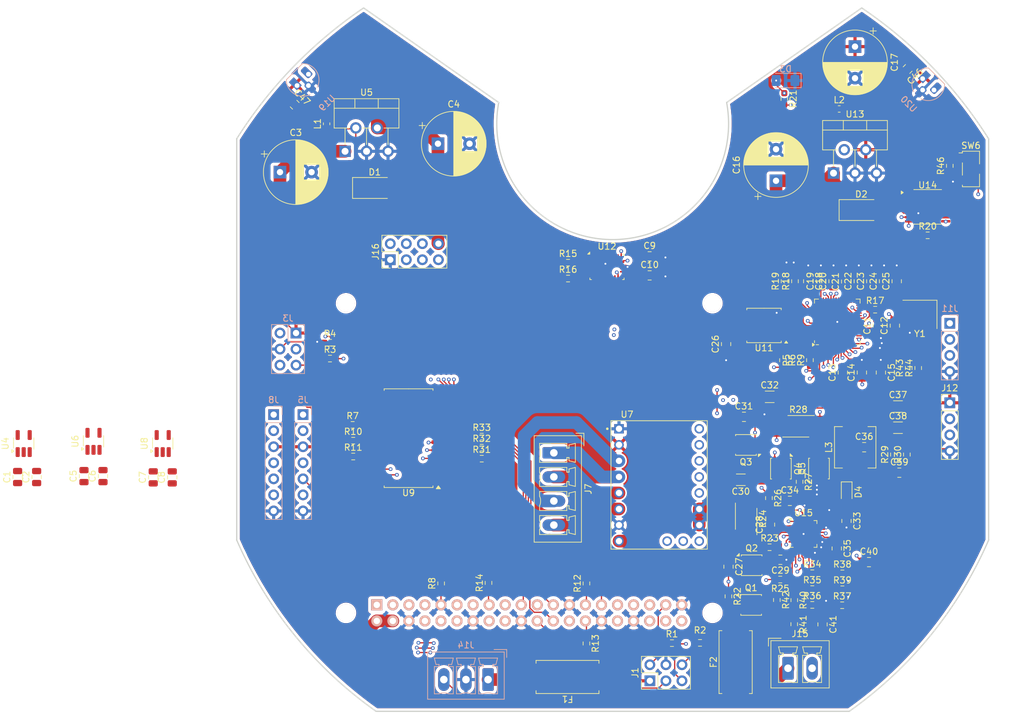
<source format=kicad_pcb>
(kicad_pcb
	(version 20240108)
	(generator "pcbnew")
	(generator_version "8.0")
	(general
		(thickness 1.6)
		(legacy_teardrops no)
	)
	(paper "A4")
	(layers
		(0 "F.Cu" signal)
		(1 "In1.Cu" signal)
		(2 "In2.Cu" signal)
		(31 "B.Cu" signal)
		(32 "B.Adhes" user "B.Adhesive")
		(33 "F.Adhes" user "F.Adhesive")
		(34 "B.Paste" user)
		(35 "F.Paste" user)
		(36 "B.SilkS" user "B.Silkscreen")
		(37 "F.SilkS" user "F.Silkscreen")
		(38 "B.Mask" user)
		(39 "F.Mask" user)
		(40 "Dwgs.User" user "User.Drawings")
		(41 "Cmts.User" user "User.Comments")
		(42 "Eco1.User" user "User.Eco1")
		(43 "Eco2.User" user "User.Eco2")
		(44 "Edge.Cuts" user)
		(45 "Margin" user)
		(46 "B.CrtYd" user "B.Courtyard")
		(47 "F.CrtYd" user "F.Courtyard")
		(48 "B.Fab" user)
		(49 "F.Fab" user)
		(50 "User.1" user)
		(51 "User.2" user)
		(52 "User.3" user)
		(53 "User.4" user)
		(54 "User.5" user)
		(55 "User.6" user)
		(56 "User.7" user)
		(57 "User.8" user)
		(58 "User.9" user)
	)
	(setup
		(stackup
			(layer "F.SilkS"
				(type "Top Silk Screen")
			)
			(layer "F.Paste"
				(type "Top Solder Paste")
			)
			(layer "F.Mask"
				(type "Top Solder Mask")
				(thickness 0.01)
			)
			(layer "F.Cu"
				(type "copper")
				(thickness 0.035)
			)
			(layer "dielectric 1"
				(type "prepreg")
				(thickness 0.1)
				(material "FR4")
				(epsilon_r 4.5)
				(loss_tangent 0.02)
			)
			(layer "In1.Cu"
				(type "copper")
				(thickness 0.035)
			)
			(layer "dielectric 2"
				(type "core")
				(thickness 1.24)
				(material "FR4")
				(epsilon_r 4.5)
				(loss_tangent 0.02)
			)
			(layer "In2.Cu"
				(type "copper")
				(thickness 0.035)
			)
			(layer "dielectric 3"
				(type "prepreg")
				(thickness 0.1)
				(material "FR4")
				(epsilon_r 4.5)
				(loss_tangent 0.02)
			)
			(layer "B.Cu"
				(type "copper")
				(thickness 0.035)
			)
			(layer "B.Mask"
				(type "Bottom Solder Mask")
				(thickness 0.01)
			)
			(layer "B.Paste"
				(type "Bottom Solder Paste")
			)
			(layer "B.SilkS"
				(type "Bottom Silk Screen")
			)
			(copper_finish "None")
			(dielectric_constraints no)
		)
		(pad_to_mask_clearance 0)
		(allow_soldermask_bridges_in_footprints no)
		(pcbplotparams
			(layerselection 0x00010fc_ffffffff)
			(plot_on_all_layers_selection 0x0000000_00000000)
			(disableapertmacros no)
			(usegerberextensions no)
			(usegerberattributes yes)
			(usegerberadvancedattributes yes)
			(creategerberjobfile yes)
			(dashed_line_dash_ratio 12.000000)
			(dashed_line_gap_ratio 3.000000)
			(svgprecision 4)
			(plotframeref no)
			(viasonmask no)
			(mode 1)
			(useauxorigin no)
			(hpglpennumber 1)
			(hpglpenspeed 20)
			(hpglpendiameter 15.000000)
			(pdf_front_fp_property_popups yes)
			(pdf_back_fp_property_popups yes)
			(dxfpolygonmode yes)
			(dxfimperialunits yes)
			(dxfusepcbnewfont yes)
			(psnegative no)
			(psa4output no)
			(plotreference yes)
			(plotvalue yes)
			(plotfptext yes)
			(plotinvisibletext no)
			(sketchpadsonfab no)
			(subtractmaskfromsilk no)
			(outputformat 1)
			(mirror no)
			(drillshape 1)
			(scaleselection 1)
			(outputdirectory "")
		)
	)
	(net 0 "")
	(net 1 "+5V")
	(net 2 "-BATT")
	(net 3 "Net-(M1-+)")
	(net 4 "VBUS")
	(net 5 "Net-(J5-Pin_2)")
	(net 6 "Net-(J8-Pin_2)")
	(net 7 "Net-(U12-CAP)")
	(net 8 "+3.3V")
	(net 9 "Net-(C11-Pad2)")
	(net 10 "Net-(U10-XIN)")
	(net 11 "Net-(U10-VREG_VOUT)")
	(net 12 "Net-(D1-K)")
	(net 13 "Net-(D2-K)")
	(net 14 "Bumper-F-R")
	(net 15 "US-Dist-Echo-Front")
	(net 16 "US-Dist-Trig-Front")
	(net 17 "Bumper-F-L")
	(net 18 "Bumper-B-R")
	(net 19 "US-Dist-Echo-Back")
	(net 20 "US-Dist-Trig-Back")
	(net 21 "Bumper-B-L")
	(net 22 "BottleDoor-UserButton-1")
	(net 23 "BottleDoor-Contact-1")
	(net 24 "BottleDoor-User-LED-1")
	(net 25 "BottleDoor-ServoPWM-1")
	(net 26 "Net-(J7-Pin_3)")
	(net 27 "Net-(J7-Pin_4)")
	(net 28 "Net-(J7-Pin_2)")
	(net 29 "Net-(J7-Pin_1)")
	(net 30 "BottleDoor-UserButton-2")
	(net 31 "BottleDoor-Contact-2")
	(net 32 "BottleDoor-User-LED-2")
	(net 33 "BottleDoor-ServoPWM-2")
	(net 34 "Net-(Q1-G)")
	(net 35 "Net-(Q2-D)")
	(net 36 "Net-(U15-ACN)")
	(net 37 "ChargeArm-PowerSwitch")
	(net 38 "unconnected-(U4-~{FLG}-Pad3)")
	(net 39 "unconnected-(U4-GND-Pad2)")
	(net 40 "unconnected-(U6-GND-Pad2)")
	(net 41 "BottleDoor-PowerSwitch-1")
	(net 42 "unconnected-(U6-~{FLG}-Pad3)")
	(net 43 "unconnected-(U8-GND-Pad2)")
	(net 44 "BottleDoor-PowerSwitch-2")
	(net 45 "unconnected-(U8-~{FLG}-Pad3)")
	(net 46 "unconnected-(U9-IO0_3-Pad7)")
	(net 47 "I2C-SCL")
	(net 48 "unconnected-(U9-IO1_0-Pad13)")
	(net 49 "Net-(U15-ACP)")
	(net 50 "unconnected-(U9-IO0_6-Pad10)")
	(net 51 "Net-(U1-GPIO22{slash}SDIO_CLK)")
	(net 52 "unconnected-(U9-IO0_7-Pad11)")
	(net 53 "Net-(U15-VCC)")
	(net 54 "I2C-SDA")
	(net 55 "Net-(Q3-D)")
	(net 56 "unconnected-(U10-GPIO22-Pad34)")
	(net 57 "Net-(U10-XOUT)")
	(net 58 "unconnected-(U10-GPIO18-Pad29)")
	(net 59 "unconnected-(U10-GPIO28_ADC2-Pad40)")
	(net 60 "Motor-SpreadChop")
	(net 61 "Net-(Q3-G)")
	(net 62 "TrackMagnetDetect1")
	(net 63 "Net-(U10-QSPI_SS)")
	(net 64 "TrackMagnetDetect2")
	(net 65 "Motor-EN")
	(net 66 "Net-(U10-USB_DM)")
	(net 67 "Net-(D4-A)")
	(net 68 "Motor-DIAG")
	(net 69 "unconnected-(U10-GPIO13-Pad16)")
	(net 70 "unconnected-(U10-GPIO17-Pad28)")
	(net 71 "unconnected-(U10-GPIO20-Pad31)")
	(net 72 "Net-(U10-QSPI_SD0)")
	(net 73 "unconnected-(U10-GPIO23-Pad35)")
	(net 74 "MotionC-RST")
	(net 75 "Net-(U10-QSPI_SD2)")
	(net 76 "Motor-1Wire-UART")
	(net 77 "unconnected-(U10-GPIO24-Pad36)")
	(net 78 "Net-(U10-QSPI_SD3)")
	(net 79 "Net-(U10-GPIO0)")
	(net 80 "Net-(U10-QSPI_SD1)")
	(net 81 "unconnected-(U10-GPIO19-Pad30)")
	(net 82 "Net-(U10-QSPI_SCLK)")
	(net 83 "Motor-Dir")
	(net 84 "Motor-IDX")
	(net 85 "Net-(U10-USB_DP)")
	(net 86 "unconnected-(U10-GPIO21-Pad32)")
	(net 87 "unconnected-(U10-SWCLK-Pad24)")
	(net 88 "Net-(D4-K)")
	(net 89 "unconnected-(U10-GPIO16-Pad27)")
	(net 90 "unconnected-(U10-SWD-Pad25)")
	(net 91 "Motor-Step")
	(net 92 "unconnected-(U10-GPIO29_ADC3-Pad41)")
	(net 93 "DrivePermission")
	(net 94 "Net-(Q5-D)")
	(net 95 "unconnected-(U12-PIN15-Pad15)")
	(net 96 "unconnected-(U12-PIN22-Pad22)")
	(net 97 "unconnected-(U12-PIN24-Pad24)")
	(net 98 "unconnected-(U12-BL_IND-Pad10)")
	(net 99 "unconnected-(U12-XIN32-Pad27)")
	(net 100 "Net-(U12-~{BOOT_LOAD_PIN})")
	(net 101 "unconnected-(U12-PIN23-Pad23)")
	(net 102 "Net-(U12-~{RESET})")
	(net 103 "unconnected-(U12-PIN12-Pad12)")
	(net 104 "unconnected-(U12-PIN7-Pad7)")
	(net 105 "unconnected-(U12-PIN1-Pad1)")
	(net 106 "unconnected-(U12-PIN13-Pad13)")
	(net 107 "IMU-INT")
	(net 108 "unconnected-(U12-PIN21-Pad21)")
	(net 109 "unconnected-(U12-PIN8-Pad8)")
	(net 110 "unconnected-(U12-XOUT32-Pad26)")
	(net 111 "unconnected-(U12-PIN16-Pad16)")
	(net 112 "Net-(U15-SRN)")
	(net 113 "PowerMonAlert")
	(net 114 "Net-(U15-SRP)")
	(net 115 "unconnected-(U14-NC-Pad13)")
	(net 116 "Net-(C37-Pad1)")
	(net 117 "Net-(C39-Pad2)")
	(net 118 "Net-(U15-TTC)")
	(net 119 "VCC")
	(net 120 "Net-(D3-A)")
	(net 121 "/DATA")
	(net 122 "/RST")
	(net 123 "/DC")
	(net 124 "/CLK")
	(net 125 "/CS")
	(net 126 "USB_D-")
	(net 127 "USB_D+")
	(net 128 "unconnected-(J11-Pin_1-Pad1)")
	(net 129 "Net-(L3-Pad2)")
	(net 130 "+VDC")
	(net 131 "Net-(Q2-S-Pad1)")
	(net 132 "Net-(Q4-G)")
	(net 133 "Net-(Q5-G)")
	(net 134 "MotionC-BootOpt")
	(net 135 "Net-(U10-GPIO25)")
	(net 136 "Net-(U15-~{ACDRV})")
	(net 137 "Net-(U15-~{BATDRV})")
	(net 138 "ChargerStat1")
	(net 139 "ChargerStat2")
	(net 140 "ChargerStatPG")
	(net 141 "Net-(U15-ISET2)")
	(net 142 "Net-(U15-ISET1)")
	(net 143 "Net-(U15-ACSET)")
	(net 144 "+BATT")
	(net 145 "Net-(U15-TS)")
	(net 146 "I2C-SDA-MC")
	(net 147 "I2C-SCL-MC")
	(net 148 "Net-(SW6-A)")
	(net 149 "Net-(U14-VBUS)")
	(net 150 "unconnected-(U1-SDA_I2C1{slash}GPIO02-Pad3)")
	(net 151 "unconnected-(U1-3V3-Pad1)")
	(net 152 "unconnected-(U1-~{CE1}_SPI0{slash}GPIO07-Pad26)")
	(net 153 "Net-(SW6-B)")
	(net 154 "unconnected-(U1-SCL_I2C1{slash}GPIO03-Pad5)")
	(net 155 "unconnected-(U1-GPIO15{slash}UART_RXD-Pad10)")
	(net 156 "ChargeArm-ServoPWM")
	(net 157 "unconnected-(U1-GPCLK2{slash}GPIO06-Pad31)")
	(net 158 "unconnected-(U1-MISO_SPI0{slash}GPIO09-Pad21)")
	(net 159 "unconnected-(U1-3V3-Pad1)_1")
	(net 160 "unconnected-(U7-PDN-Pad11)")
	(net 161 "unconnected-(U1-GPIO16{slash}SPI1_~{CE2}-Pad36)")
	(net 162 "Net-(F1-Pad1)")
	(net 163 "Net-(Q1-D)")
	(net 164 "Earth")
	(net 165 "Net-(J14-Pin_3)")
	(net 166 "Net-(U15-CE)")
	(net 167 "unconnected-(J16-Pin_7-Pad7)")
	(footprint "Package_TO_SOT_SMD:SOT-23-5_HandSoldering" (layer "F.Cu") (at 85.905343 97.579657 90))
	(footprint "Capacitor_SMD:C_0805_2012Metric" (layer "F.Cu") (at 76.455343 102.729657 90))
	(footprint "Resistor_SMD:R_0603_1608Metric_Pad0.98x0.95mm_HandSolder" (layer "F.Cu") (at 112.377843 81.619657))
	(footprint "Capacitor_SMD:C_0805_2012Metric" (layer "F.Cu") (at 199.565343 86.342157 -90))
	(footprint "Inductor_SMD:L_0603_1608Metric" (layer "F.Cu") (at 192.965343 44.629657))
	(footprint "Diode_SMD:D_SMA" (layer "F.Cu") (at 196.465343 60.629657))
	(footprint "Package_SO:SOIC-8_5.23x5.23mm_P1.27mm" (layer "F.Cu") (at 181.065343 78.892157 180))
	(footprint "Capacitor_THT:CP_Radial_D10.0mm_P5.00mm" (layer "F.Cu") (at 104.465343 54.629657))
	(footprint "Connector_Phoenix_MC:PhoenixContact_MCV_1,5_4-G-3.81_1x04_P3.81mm_Vertical" (layer "F.Cu") (at 147.805343 99.049657 -90))
	(footprint "Resistor_SMD:R_0603_1608Metric_Pad0.98x0.95mm_HandSolder" (layer "F.Cu") (at 116.052843 99.629657))
	(footprint "Capacitor_SMD:C_1206_3216Metric_Pad1.33x1.80mm_HandSolder" (layer "F.Cu") (at 177.395343 103.309657 180))
	(footprint "Package_TO_SOT_SMD:SOT-23-5_HandSoldering" (layer "F.Cu") (at 74.955343 97.229657 90))
	(footprint "Capacitor_SMD:C_0805_2012Metric" (layer "F.Cu") (at 162.965343 67.957157))
	(footprint "Resistor_SMD:R_0603_1608Metric_Pad0.98x0.95mm_HandSolder" (layer "F.Cu") (at 185.855343 122.359657 -90))
	(footprint "Resistor_SMD:R_0603_1608Metric_Pad0.98x0.95mm_HandSolder" (layer "F.Cu") (at 150.052843 68.957157))
	(footprint "Capacitor_SMD:C_0805_2012Metric" (layer "F.Cu") (at 183.655343 115.969657 180))
	(footprint "Package_SO:Vishay_PowerPAK_1212-8_Single" (layer "F.Cu") (at 183.739093 101.554657 -90))
	(footprint "Capacitor_SMD:C_0805_2012Metric" (layer "F.Cu") (at 162.965343 70.967157))
	(footprint "Package_DFN_QFN:VQFN-24-1EP_4x4mm_P0.5mm_EP2.45x2.45mm" (layer "F.Cu") (at 187.325343 111.887157))
	(footprint "Capacitor_SMD:C_0805_2012Metric" (layer "F.Cu") (at 84.405343 102.929657 90))
	(footprint "Inductor_SMD:L_0603_1608Metric" (layer "F.Cu") (at 111.84 46.98 90))
	(footprint "Capacitor_SMD:C_0805_2012Metric" (layer "F.Cu") (at 106.793592 43.957906 -45))
	(footprint "Package_TO_SOT_THT:TO-220-5_P3.4x3.7mm_StaggerOdd_Lead3.8mm_Vertical" (layer "F.Cu") (at 192.065343 54.779657))
	(footprint "Capacitor_SMD:C_0805_2012Metric" (layer "F.Cu") (at 192.065343 71.892158 90))
	(footprint "Capacitor_SMD:C_0805_2012Metric" (layer "F.Cu") (at 190.065343 71.892158 90))
	(footprint "Package_TO_SOT_THT:TO-220-5_P3.4x3.7mm_StaggerOdd_Lead3.8mm_Vertical" (layer "F.Cu") (at 114.765343 51.329657))
	(footprint "Resistor_SMD:R_0603_1608Metric_Pad0.98x0.95mm_HandSolder" (layer "F.Cu") (at 201.625344 99.319657 90))
	(footprint "Capacitor_SMD:C_0805_2012Metric"
		(layer "F.Cu")
		(uuid "3c9da93b-caf9-409e-936b-3239a70b9f44")
		(at 62.945343 102.879657 90)
		(descr "Capacitor SMD 0805 (2012 Metric), square (rectangular) end terminal, IPC_7351 nominal, (Body size source: IPC-SM-782 page 76, https://www.pcb-3d.com/wordpress/wp-content/uploads/ipc-sm-782a_amendment_1_and_2.pdf, https://docs.google.com/spreadsheets/d/1BsfQQcO9C6DZCsRaXUlFlo91Tg2WpOkGARC1WS5S8t0/edit?usp=sharing), generated with kicad-footprint-generator")
		(tags "capacitor")
		(property "Reference" "C1"
			(at 0 -1.68 90)
			(layer "F.SilkS")
			(uuid "80f6ffca-f442-4c09-98f2-263c74feadec")
			(effects
				(font
					(size 1 1)
					(thickness 0.15)
				)
			)
		)
		(property "Value" "1uF"
			(at 0 1.68 90)
			(layer "F.Fab")
			(uuid "d00fe38c-cff4-48b3-94df-42619d31cfc1")
			(effects
				(font
					(size 1 1)
					(thickness 0.15)
				)
			)
		)
		(property "Footprint" "Capacitor_SMD:C_0805_2012Metric"
			(at 0 0 90)
			(unlocked yes)
			(layer "F.Fab")
			(hide yes)
			(uuid "86fe0a4e-cc7d-45e9-8498-227d90bd052b")
			(effects
				(font
					(size 1.27 1.27)
					(thickness 0.15)
				)
			)
		)
		(property "Datasheet" ""
			(at 0 0 90)
			(unlocked yes)
			(layer "F.Fab")
			(hide yes)
			(uuid "a582a50e-5f8e-4b1e-b0bc-87615523f7a0")
			(effects
				(font
					(size 1.27 1.27)
					(thickness 0.15)
				)
			)
		)
		(property "Description" "Unpolarized capacitor"
			(at 0 0 90)
			(unlocked yes)
			(layer "F.Fab")
			(hide yes)
			(uuid "a5054d2d-113d-40a1-a288-9e569dbb8fb3")
			(effects
				(font
					(size 1.27 1.27)
					(thickness 0.15)
				)
			)
		)
		(property ki_fp_filters "C_*")
		(path "/5575e57d-95b3-44ed-9720-2ea977f2eee0")
		(sheetname "Stammblatt")
		(sheetfile "monorail.kicad_sch")
		(attr smd)
		(fp_line
			(start -0.261252 -0.735)
			(end 0.261252 -0.735)
			(stroke
				(width 0.12)
				(type solid)
			)
			(layer "F.SilkS")
			(uuid "98840369-e919-4de1-86f7-9ac3705311ff")
		)
		(fp_line
			(start -0.261252 0.735)
			(end 0.261252 0.735)
			(stroke
				(width 0.12)
				(type solid)
			)
			(layer "F.SilkS")
			(uuid "d6310f8d-acd5-4419-8476-4c356bdf7b58")
		)
		(fp_line
			(start 1.7 -0.98)
			(end 1.7 0.98)
			(str
... [1648440 chars truncated]
</source>
